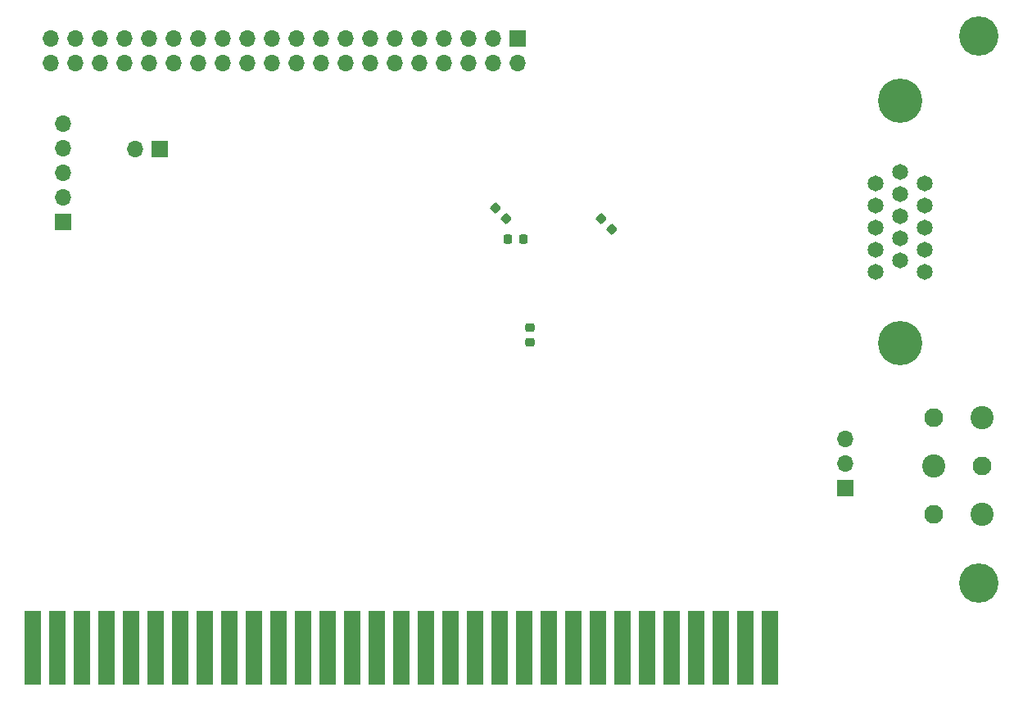
<source format=gbr>
%TF.GenerationSoftware,KiCad,Pcbnew,(6.0.5)*%
%TF.CreationDate,2023-02-09T13:46:48+02:00*%
%TF.ProjectId,minifp,6d696e69-6670-42e6-9b69-6361645f7063,rev?*%
%TF.SameCoordinates,Original*%
%TF.FileFunction,Soldermask,Bot*%
%TF.FilePolarity,Negative*%
%FSLAX46Y46*%
G04 Gerber Fmt 4.6, Leading zero omitted, Abs format (unit mm)*
G04 Created by KiCad (PCBNEW (6.0.5)) date 2023-02-09 13:46:48*
%MOMM*%
%LPD*%
G01*
G04 APERTURE LIST*
G04 Aperture macros list*
%AMRoundRect*
0 Rectangle with rounded corners*
0 $1 Rounding radius*
0 $2 $3 $4 $5 $6 $7 $8 $9 X,Y pos of 4 corners*
0 Add a 4 corners polygon primitive as box body*
4,1,4,$2,$3,$4,$5,$6,$7,$8,$9,$2,$3,0*
0 Add four circle primitives for the rounded corners*
1,1,$1+$1,$2,$3*
1,1,$1+$1,$4,$5*
1,1,$1+$1,$6,$7*
1,1,$1+$1,$8,$9*
0 Add four rect primitives between the rounded corners*
20,1,$1+$1,$2,$3,$4,$5,0*
20,1,$1+$1,$4,$5,$6,$7,0*
20,1,$1+$1,$6,$7,$8,$9,0*
20,1,$1+$1,$8,$9,$2,$3,0*%
G04 Aperture macros list end*
%ADD10C,1.650000*%
%ADD11C,4.575000*%
%ADD12C,1.950000*%
%ADD13C,2.400000*%
%ADD14R,1.700000X1.700000*%
%ADD15O,1.700000X1.700000*%
%ADD16R,1.778000X7.620000*%
%ADD17C,4.064000*%
%ADD18RoundRect,0.225000X-0.250000X0.225000X-0.250000X-0.225000X0.250000X-0.225000X0.250000X0.225000X0*%
%ADD19RoundRect,0.225000X-0.335876X-0.017678X-0.017678X-0.335876X0.335876X0.017678X0.017678X0.335876X0*%
%ADD20RoundRect,0.225000X0.225000X0.250000X-0.225000X0.250000X-0.225000X-0.250000X0.225000X-0.250000X0*%
G04 APERTURE END LIST*
D10*
%TO.C,J401*%
X199000000Y-102000000D03*
X199000000Y-104290000D03*
X199000000Y-106580000D03*
X199000000Y-108870000D03*
X199000000Y-111160000D03*
X201540000Y-100855000D03*
X201540000Y-103145000D03*
X201540000Y-105435000D03*
X201540000Y-107725000D03*
X201540000Y-110015000D03*
X204080000Y-102000000D03*
X204080000Y-104290000D03*
X204080000Y-106580000D03*
X204080000Y-108870000D03*
X204080000Y-111160000D03*
D11*
X201540000Y-93512000D03*
X201540000Y-118502000D03*
%TD*%
D12*
%TO.C,J123*%
X210000000Y-131200000D03*
X205000000Y-126200000D03*
X205000000Y-136200000D03*
D13*
X210000000Y-136200000D03*
X210000000Y-126200000D03*
X205000000Y-131200000D03*
%TD*%
D14*
%TO.C,J301*%
X195900000Y-133525000D03*
D15*
X195900000Y-130985000D03*
X195900000Y-128445000D03*
%TD*%
D16*
%TO.C,J1*%
X111900000Y-150000000D03*
X114440000Y-150000000D03*
X116980000Y-150000000D03*
X119520000Y-150000000D03*
X122060000Y-150000000D03*
X124600000Y-150000000D03*
X127140000Y-150000000D03*
X129680000Y-150000000D03*
X132220000Y-150000000D03*
X134760000Y-150000000D03*
X137300000Y-150000000D03*
X139840000Y-150000000D03*
X142380000Y-150000000D03*
X144920000Y-150000000D03*
X147460000Y-150000000D03*
X150000000Y-150000000D03*
X152540000Y-150000000D03*
X155080000Y-150000000D03*
X157620000Y-150000000D03*
X160160000Y-150000000D03*
X162700000Y-150000000D03*
X165240000Y-150000000D03*
X167780000Y-150000000D03*
X170320000Y-150000000D03*
X172860000Y-150000000D03*
X175400000Y-150000000D03*
X177940000Y-150000000D03*
X180480000Y-150000000D03*
X183020000Y-150000000D03*
X185560000Y-150000000D03*
D17*
X209690000Y-143332500D03*
D16*
X188100000Y-150000000D03*
D17*
X209690000Y-86817500D03*
%TD*%
D14*
%TO.C,J701*%
X125000000Y-98442800D03*
D15*
X122460000Y-98442800D03*
%TD*%
D14*
%TO.C,J702*%
X115000000Y-106000000D03*
D15*
X115000000Y-103460000D03*
X115000000Y-100920000D03*
X115000000Y-98380000D03*
X115000000Y-95840000D03*
%TD*%
D14*
%TO.C,J4*%
X162000000Y-87000000D03*
D15*
X162000000Y-89540000D03*
X159460000Y-87000000D03*
X159460000Y-89540000D03*
X156920000Y-87000000D03*
X156920000Y-89540000D03*
X154380000Y-87000000D03*
X154380000Y-89540000D03*
X151840000Y-87000000D03*
X151840000Y-89540000D03*
X149300000Y-87000000D03*
X149300000Y-89540000D03*
X146760000Y-87000000D03*
X146760000Y-89540000D03*
X144220000Y-87000000D03*
X144220000Y-89540000D03*
X141680000Y-87000000D03*
X141680000Y-89540000D03*
X139140000Y-87000000D03*
X139140000Y-89540000D03*
X136600000Y-87000000D03*
X136600000Y-89540000D03*
X134060000Y-87000000D03*
X134060000Y-89540000D03*
X131520000Y-87000000D03*
X131520000Y-89540000D03*
X128980000Y-87000000D03*
X128980000Y-89540000D03*
X126440000Y-87000000D03*
X126440000Y-89540000D03*
X123900000Y-87000000D03*
X123900000Y-89540000D03*
X121360000Y-87000000D03*
X121360000Y-89540000D03*
X118820000Y-87000000D03*
X118820000Y-89540000D03*
X116280000Y-87000000D03*
X116280000Y-89540000D03*
X113740000Y-87000000D03*
X113740000Y-89540000D03*
%TD*%
D18*
%TO.C,C901*%
X163300000Y-118475000D03*
X163300000Y-116925000D03*
%TD*%
D19*
%TO.C,C904*%
X170651992Y-105651992D03*
X171748008Y-106748008D03*
%TD*%
%TO.C,C903*%
X159751992Y-104551992D03*
X160848008Y-105648008D03*
%TD*%
D20*
%TO.C,C902*%
X162575000Y-107800000D03*
X161025000Y-107800000D03*
%TD*%
M02*

</source>
